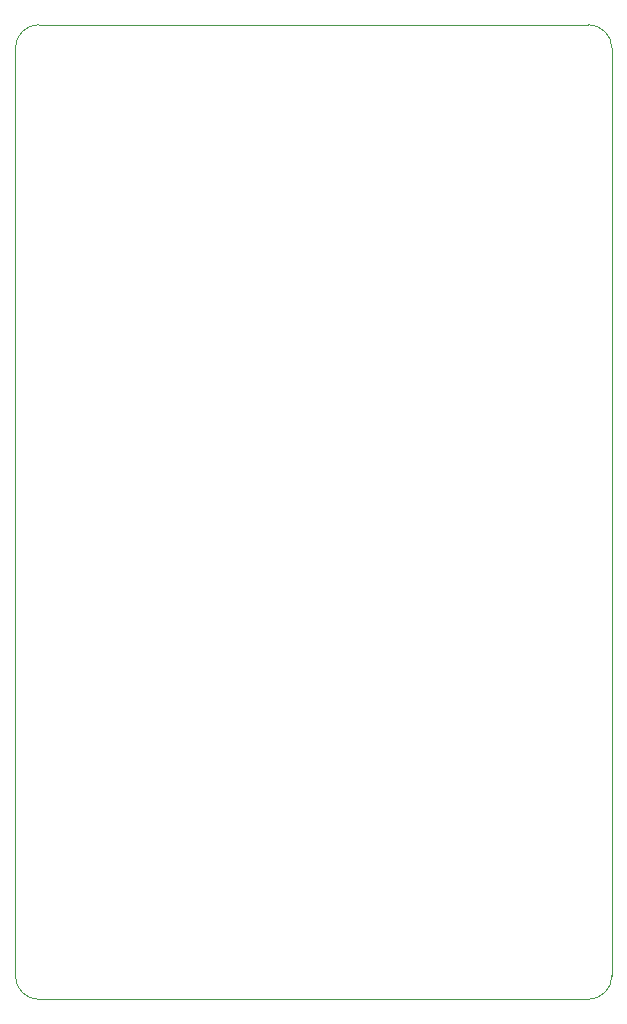
<source format=gbr>
%TF.GenerationSoftware,KiCad,Pcbnew,(6.0.5)*%
%TF.CreationDate,2023-05-01T10:01:18+02:00*%
%TF.ProjectId,arduboy_AS_flavor,61726475-626f-4795-9f41-535f666c6176,rev?*%
%TF.SameCoordinates,Original*%
%TF.FileFunction,Profile,NP*%
%FSLAX46Y46*%
G04 Gerber Fmt 4.6, Leading zero omitted, Abs format (unit mm)*
G04 Created by KiCad (PCBNEW (6.0.5)) date 2023-05-01 10:01:18*
%MOMM*%
%LPD*%
G01*
G04 APERTURE LIST*
%TA.AperFunction,Profile*%
%ADD10C,0.050000*%
%TD*%
G04 APERTURE END LIST*
D10*
X21700000Y-102300000D02*
X21700000Y-23700000D01*
X23700000Y-21700000D02*
X70300000Y-21700000D01*
X72300000Y-23700000D02*
X72300000Y-102300000D01*
X70300000Y-104300000D02*
X23700000Y-104300000D01*
X21700000Y-102300000D02*
G75*
G03*
X23700000Y-104300000I2000000J0D01*
G01*
X72300000Y-23700000D02*
G75*
G03*
X70300000Y-21700000I-2000000J0D01*
G01*
X70300000Y-104300000D02*
G75*
G03*
X72300000Y-102300000I0J2000000D01*
G01*
X23700000Y-21700000D02*
G75*
G03*
X21700000Y-23700000I0J-2000000D01*
G01*
M02*

</source>
